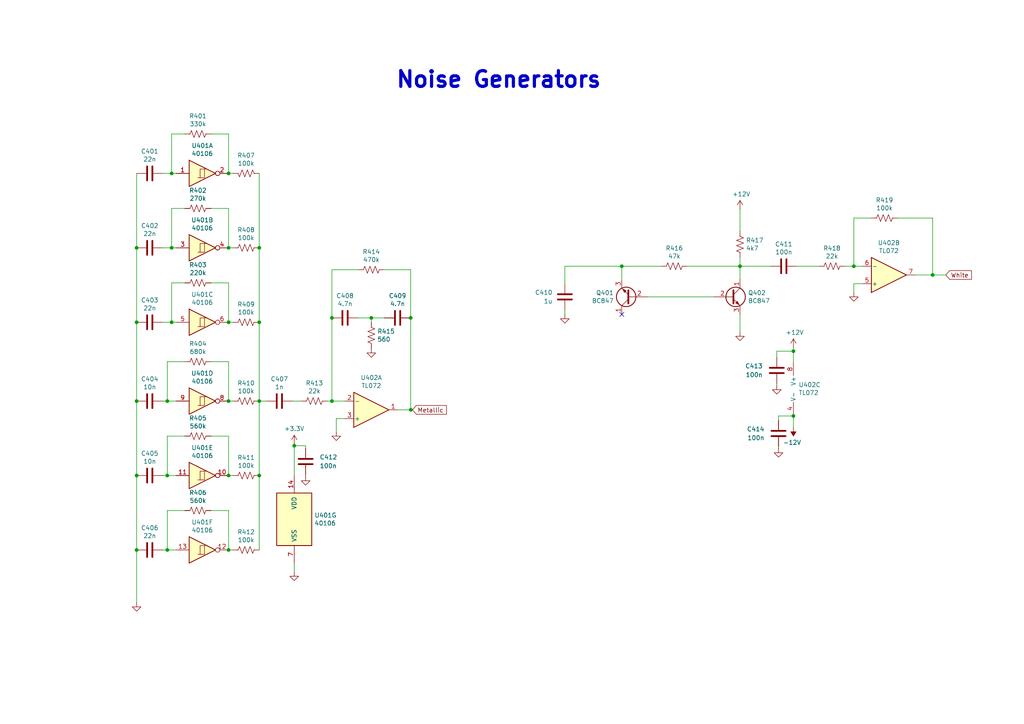
<source format=kicad_sch>
(kicad_sch (version 20231120) (generator "eeschema") (generator_version "8.0")
  (paper "A4")
  (lib_symbols
    (symbol "4xxx:40106" (pin_names (offset 1.016))
      (property "Reference" "U" (at 0 1.27 0))
      (property "Value" "40106" (at 0 -1.27 0))
      (symbol "40106_1_0"
        (polyline (pts (xy -0.635 -1.27) (xy -0.635 1.27) (xy 0.635 1.27)))
        (polyline (pts (xy -3.81 3.81) (xy -3.81 -3.81) (xy 3.81 0) (xy -3.81 3.81)) (stroke (width 0.254)) (fill (type background)))
        (polyline (pts (xy -1.27 -1.27) (xy 0.635 -1.27) (xy 0.635 1.27) (xy 1.27 1.27)))
        (pin input line (at -7.62 0 0) (length 3.81) (name "~") (number "1"))
        (pin output inverted (at 7.62 0 180) (length 3.81) (name "~") (number "2"))
      )
      (symbol "40106_2_0"
        (polyline (pts (xy -0.635 -1.27) (xy -0.635 1.27) (xy 0.635 1.27)))
        (polyline (pts (xy -3.81 3.81) (xy -3.81 -3.81) (xy 3.81 0) (xy -3.81 3.81)) (stroke (width 0.254)) (fill (type background)))
        (polyline (pts (xy -1.27 -1.27) (xy 0.635 -1.27) (xy 0.635 1.27) (xy 1.27 1.27)))
        (pin input line (at -7.62 0 0) (length 3.81) (name "~") (number "3"))
        (pin output inverted (at 7.62 0 180) (length 3.81) (name "~") (number "4"))
      )
      (symbol "40106_3_0"
        (polyline (pts (xy -0.635 -1.27) (xy -0.635 1.27) (xy 0.635 1.27)))
        (polyline (pts (xy -3.81 3.81) (xy -3.81 -3.81) (xy 3.81 0) (xy -3.81 3.81)) (stroke (width 0.254)) (fill (type background)))
        (polyline (pts (xy -1.27 -1.27) (xy 0.635 -1.27) (xy 0.635 1.27) (xy 1.27 1.27)))
        (pin input line (at -7.62 0 0) (length 3.81) (name "~") (number "5"))
        (pin output inverted (at 7.62 0 180) (length 3.81) (name "~") (number "6"))
      )
      (symbol "40106_4_0"
        (polyline (pts (xy -0.635 -1.27) (xy -0.635 1.27) (xy 0.635 1.27)))
        (polyline (pts (xy -3.81 3.81) (xy -3.81 -3.81) (xy 3.81 0) (xy -3.81 3.81)) (stroke (width 0.254)) (fill (type background)))
        (polyline (pts (xy -1.27 -1.27) (xy 0.635 -1.27) (xy 0.635 1.27) (xy 1.27 1.27)))
        (pin output inverted (at 7.62 0 180) (length 3.81) (name "~") (number "8"))
        (pin input line (at -7.62 0 0) (length 3.81) (name "~") (number "9"))
      )
      (symbol "40106_5_0"
        (polyline (pts (xy -0.635 -1.27) (xy -0.635 1.27) (xy 0.635 1.27)))
        (polyline (pts (xy -3.81 3.81) (xy -3.81 -3.81) (xy 3.81 0) (xy -3.81 3.81)) (stroke (width 0.254)) (fill (type background)))
        (polyline (pts (xy -1.27 -1.27) (xy 0.635 -1.27) (xy 0.635 1.27) (xy 1.27 1.27)))
        (pin output inverted (at 7.62 0 180) (length 3.81) (name "~") (number "10"))
        (pin input line (at -7.62 0 0) (length 3.81) (name "~") (number "11"))
      )
      (symbol "40106_6_0"
        (polyline (pts (xy -0.635 -1.27) (xy -0.635 1.27) (xy 0.635 1.27)))
        (polyline (pts (xy -3.81 3.81) (xy -3.81 -3.81) (xy 3.81 0) (xy -3.81 3.81)) (stroke (width 0.254)) (fill (type background)))
        (polyline (pts (xy -1.27 -1.27) (xy 0.635 -1.27) (xy 0.635 1.27) (xy 1.27 1.27)))
        (pin output inverted (at 7.62 0 180) (length 3.81) (name "~") (number "12"))
        (pin input line (at -7.62 0 0) (length 3.81) (name "~") (number "13"))
      )
      (symbol "40106_7_0"
        (pin power_in line (at 0 12.7 270) (length 5.08) (name "VDD") (number "14"))
        (pin power_in line (at 0 -12.7 90) (length 5.08) (name "VSS") (number "7"))
      )
      (symbol "40106_7_1"
        (rectangle (start -5.08 7.62) (end 5.08 -7.62) (stroke (width 0.254)) (fill (type background)))
      )
    )
    (symbol "Amplifier_Operational:TL072" (pin_names (offset 0.127))
      (property "Reference" "U" (at 0 5.08 0))
      (property "Value" "TL072" (at 0 -5.08 0))
      (symbol "TL072_1_1"
        (polyline (pts (xy -5.08 5.08) (xy 5.08 0) (xy -5.08 -5.08) (xy -5.08 5.08)) (stroke (width 0.254)) (fill (type background)))
        (pin output line (at 7.62 0 180) (length 2.54) (name "~") (number "1"))
        (pin input line (at -7.62 -2.54 0) (length 2.54) (name "-") (number "2"))
        (pin input line (at -7.62 2.54 0) (length 2.54) (name "+") (number "3"))
      )
      (symbol "TL072_2_1"
        (polyline (pts (xy -5.08 5.08) (xy 5.08 0) (xy -5.08 -5.08) (xy -5.08 5.08)) (stroke (width 0.254)) (fill (type background)))
        (pin input line (at -7.62 2.54 0) (length 2.54) (name "+") (number "5"))
        (pin input line (at -7.62 -2.54 0) (length 2.54) (name "-") (number "6"))
        (pin output line (at 7.62 0 180) (length 2.54) (name "~") (number "7"))
      )
      (symbol "TL072_3_1"
        (pin power_in line (at -2.54 -7.62 90) (length 3.81) (name "V-") (number "4"))
        (pin power_in line (at -2.54 7.62 270) (length 3.81) (name "V+") (number "8"))
      )
    )
    (symbol "Device:C" (pin_numbers hide) (pin_names (offset 0.254))
      (property "Reference" "C" (at 0.635 2.54 0))
      (property "Value" "C" (at 0.635 -2.54 0))
      (symbol "C_0_1"
        (polyline (pts (xy -2.032 -0.762) (xy 2.032 -0.762)) (stroke (width 0.508)))
        (polyline (pts (xy -2.032 0.762) (xy 2.032 0.762)) (stroke (width 0.508)))
      )
      (symbol "C_1_1"
        (pin passive line (at 0 3.81 270) (length 2.794) (name "~") (number "1"))
        (pin passive line (at 0 -3.81 90) (length 2.794) (name "~") (number "2"))
      )
    )
    (symbol "Device:R_US" (pin_numbers hide) (pin_names (offset 0))
      (property "Reference" "R" (at 2.54 0 90))
      (property "Value" "R_US" (at -2.54 0 90))
      (symbol "R_US_0_1"
        (polyline (pts (xy 0 -2.286) (xy 0 -2.54)))
        (polyline (pts (xy 0 2.286) (xy 0 2.54)))
        (polyline (pts (xy 0 -0.762) (xy 1.016 -1.143) (xy 0 -1.524) (xy -1.016 -1.905) (xy 0 -2.286)))
        (polyline (pts (xy 0 0.762) (xy 1.016 0.381) (xy 0 0) (xy -1.016 -0.381) (xy 0 -0.762)))
        (polyline (pts (xy 0 2.286) (xy 1.016 1.905) (xy 0 1.524) (xy -1.016 1.143) (xy 0 0.762)))
      )
      (symbol "R_US_1_1"
        (pin passive line (at 0 3.81 270) (length 1.27) (name "~") (number "1"))
        (pin passive line (at 0 -3.81 90) (length 1.27) (name "~") (number "2"))
      )
    )
    (symbol "GND_1" (power) (pin_numbers hide) (pin_names (offset 0) hide)
      (symbol "GND_1_0_1"
        (polyline (pts (xy 0 0) (xy 0 -1.27) (xy 1.27 -1.27) (xy 0 -2.54) (xy -1.27 -1.27) (xy 0 -1.27)))
      )
      (symbol "GND_1_1_1"
        (pin power_in line (at 0 0 270) (length 0) (name "~") (number "1"))
      )
    )
    (symbol "Transistor_BJT:BC547" (pin_names (offset 0) hide)
      (property "Reference" "Q" (at 5.08 1.905 0))
      (property "Value" "BC547" (at 5.08 0 0))
      (symbol "BC547_0_1"
        (polyline (pts (xy 0 0) (xy 0.635 0)))
        (polyline (pts (xy 0.635 0.635) (xy 2.54 2.54)))
        (polyline (pts (xy 0.635 -0.635) (xy 2.54 -2.54) (xy 2.54 -2.54)))
        (polyline (pts (xy 0.635 1.905) (xy 0.635 -1.905) (xy 0.635 -1.905)) (stroke (width 0.508)))
        (polyline (pts (xy 1.27 -1.778) (xy 1.778 -1.27) (xy 2.286 -2.286) (xy 1.27 -1.778) (xy 1.27 -1.778)) (fill (type outline)))
        (circle (center 1.27 0) (radius 2.8194) (stroke (width 0.254)))
      )
      (symbol "BC547_1_1"
        (pin passive line (at 2.54 5.08 270) (length 2.54) (name "C") (number "1"))
        (pin input line (at -5.08 0 0) (length 5.08) (name "B") (number "2"))
        (pin passive line (at 2.54 -5.08 90) (length 2.54) (name "E") (number "3"))
      )
    )
    (symbol "power:+12V" (power) (pin_names (offset 0))
      (property "Value" "+12V" (at 0 3.556 0))
      (symbol "+12V_0_1"
        (polyline (pts (xy -0.762 1.27) (xy 0 2.54)))
        (polyline (pts (xy 0 0) (xy 0 2.54)))
        (polyline (pts (xy 0 2.54) (xy 0.762 1.27)))
      )
      (symbol "+12V_1_1"
        (pin power_in line (at 0 0 90) (length 0) hide (name "+12V") (number "1"))
      )
    )
    (symbol "power:+3.3V" (power) (pin_names (offset 0))
      (property "Value" "+3.3V" (at 0 3.556 0))
      (symbol "+3.3V_0_1"
        (polyline (pts (xy -0.762 1.27) (xy 0 2.54)))
        (polyline (pts (xy 0 0) (xy 0 2.54)))
        (polyline (pts (xy 0 2.54) (xy 0.762 1.27)))
      )
      (symbol "+3.3V_1_1"
        (pin power_in line (at 0 0 90) (length 0) hide (name "+3.3V") (number "1"))
      )
    )
    (symbol "power:-12V" (power) (pin_names (offset 0))
      (property "Value" "-12V" (at 0 3.81 0))
      (symbol "-12V_0_0"
        (pin power_in line (at 0 0 90) (length 0) hide (name "-12V") (number "1"))
      )
      (symbol "-12V_0_1"
        (polyline (pts (xy 0 0) (xy 0 1.27) (xy 0.762 1.27) (xy 0 2.54) (xy -0.762 1.27) (xy 0 1.27)) (fill (type outline)))
      )
    )
    (symbol "power:GND" (power) (pin_names (offset 0))
      (property "Value" "GND" (at 0 -3.81 0))
      (symbol "GND_0_1"
        (polyline (pts (xy 0 0) (xy 0 -1.27) (xy 1.27 -1.27) (xy 0 -2.54) (xy -1.27 -1.27) (xy 0 -1.27)))
      )
      (symbol "GND_1_1"
        (pin power_in line (at 0 0 270) (length 0) hide (name "GND") (number "1"))
      )
    )
  )
  (junction (at 119.126 118.872))
  (junction (at 75.184 116.332))
  (junction (at 48.514 137.922))
  (junction (at 39.624 137.922))
  (junction (at 66.294 50.292))
  (junction (at 107.696 92.202))
  (junction (at 270.51 79.756))
  (junction (at 48.514 116.332))
  (junction (at 66.294 137.922))
  (junction (at 39.624 71.882))
  (junction (at 39.624 159.512))
  (junction (at 75.184 93.472))
  (junction (at 96.266 116.332))
  (junction (at 49.784 50.292))
  (junction (at 75.184 71.882))
  (junction (at 66.294 116.332))
  (junction (at 214.63 77.216))
  (junction (at 66.294 93.472))
  (junction (at 247.65 77.216))
  (junction (at 180.34 77.216))
  (junction (at 96.266 92.202))
  (junction (at 230.124 120.65))
  (junction (at 48.514 159.512))
  (junction (at 49.784 93.472))
  (junction (at 85.344 129.286))
  (junction (at 75.184 137.922))
  (junction (at 39.624 116.332))
  (junction (at 230.124 101.854))
  (junction (at 66.294 71.882))
  (junction (at 39.624 93.472))
  (junction (at 66.294 159.512))
  (junction (at 49.784 71.882))
  (junction (at 119.126 92.202))
  (no_connect (at 180.34 91.186))
  (wire (pts (xy 39.624 71.882) (xy 39.624 50.292)))
  (wire (pts (xy 66.294 148.082) (xy 61.214 148.082)))
  (wire (pts (xy 66.294 126.492) (xy 66.294 137.922)))
  (wire (pts (xy 180.34 77.216) (xy 180.34 81.026)))
  (wire (pts (xy 214.63 96.266) (xy 214.63 91.186)))
  (wire (pts (xy 96.266 92.202) (xy 96.266 116.332)))
  (wire (pts (xy 49.784 93.472) (xy 49.784 82.042)))
  (wire (pts (xy 88.646 130.048) (xy 88.646 129.286)))
  (wire (pts (xy 66.294 38.862) (xy 66.294 50.292)))
  (wire (pts (xy 230.124 100.838) (xy 230.124 101.854)))
  (wire (pts (xy 51.054 116.332) (xy 48.514 116.332)))
  (wire (pts (xy 61.214 38.862) (xy 66.294 38.862)))
  (wire (pts (xy 47.244 93.472) (xy 49.784 93.472)))
  (wire (pts (xy 230.124 120.65) (xy 230.124 123.952)))
  (wire (pts (xy 49.784 71.882) (xy 49.784 60.452)))
  (wire (pts (xy 47.244 50.292) (xy 49.784 50.292)))
  (wire (pts (xy 111.506 78.232) (xy 119.126 78.232)))
  (wire (pts (xy 247.65 84.836) (xy 247.65 82.296)))
  (wire (pts (xy 49.784 60.452) (xy 53.594 60.452)))
  (wire (pts (xy 265.43 79.756) (xy 270.51 79.756)))
  (wire (pts (xy 97.536 125.222) (xy 97.536 121.412)))
  (wire (pts (xy 53.594 148.082) (xy 48.514 148.082)))
  (wire (pts (xy 39.624 116.332) (xy 39.624 93.472)))
  (wire (pts (xy 61.214 126.492) (xy 66.294 126.492)))
  (wire (pts (xy 270.51 79.756) (xy 270.51 63.246)))
  (wire (pts (xy 49.784 50.292) (xy 51.054 50.292)))
  (wire (pts (xy 48.514 148.082) (xy 48.514 159.512)))
  (wire (pts (xy 67.564 116.332) (xy 66.294 116.332)))
  (wire (pts (xy 87.376 116.332) (xy 84.836 116.332)))
  (wire (pts (xy 48.514 116.332) (xy 47.244 116.332)))
  (wire (pts (xy 49.784 82.042) (xy 53.594 82.042)))
  (wire (pts (xy 66.294 93.472) (xy 66.294 82.042)))
  (wire (pts (xy 214.63 74.676) (xy 214.63 77.216)))
  (wire (pts (xy 75.184 137.922) (xy 75.184 159.512)))
  (wire (pts (xy 75.184 116.332) (xy 75.184 137.922)))
  (wire (pts (xy 75.184 71.882) (xy 75.184 93.472)))
  (wire (pts (xy 61.214 104.902) (xy 66.294 104.902)))
  (wire (pts (xy 51.054 137.922) (xy 48.514 137.922)))
  (wire (pts (xy 85.344 128.778) (xy 85.344 129.286)))
  (wire (pts (xy 48.514 137.922) (xy 48.514 126.492)))
  (wire (pts (xy 247.65 82.296) (xy 250.19 82.296)))
  (wire (pts (xy 119.126 78.232) (xy 119.126 92.202)))
  (wire (pts (xy 67.564 93.472) (xy 66.294 93.472)))
  (wire (pts (xy 66.294 82.042) (xy 61.214 82.042)))
  (wire (pts (xy 49.784 38.862) (xy 53.594 38.862)))
  (wire (pts (xy 49.784 50.292) (xy 49.784 38.862)))
  (wire (pts (xy 96.266 116.332) (xy 100.076 116.332)))
  (wire (pts (xy 225.298 101.854) (xy 230.124 101.854)))
  (wire (pts (xy 67.564 50.292) (xy 66.294 50.292)))
  (wire (pts (xy 119.634 118.872) (xy 119.126 118.872)))
  (wire (pts (xy 96.266 78.232) (xy 103.886 78.232)))
  (wire (pts (xy 85.344 129.286) (xy 85.344 137.922)))
  (wire (pts (xy 247.65 77.216) (xy 247.65 63.246)))
  (wire (pts (xy 214.63 77.216) (xy 214.63 81.026)))
  (wire (pts (xy 163.83 77.216) (xy 180.34 77.216)))
  (wire (pts (xy 67.564 71.882) (xy 66.294 71.882)))
  (wire (pts (xy 88.646 129.286) (xy 85.344 129.286)))
  (wire (pts (xy 225.806 121.92) (xy 225.806 120.65)))
  (wire (pts (xy 103.886 92.202) (xy 107.696 92.202)))
  (wire (pts (xy 39.624 174.752) (xy 39.624 159.512)))
  (wire (pts (xy 96.266 92.202) (xy 96.266 78.232)))
  (wire (pts (xy 77.216 116.332) (xy 75.184 116.332)))
  (wire (pts (xy 39.624 137.922) (xy 39.624 116.332)))
  (wire (pts (xy 231.14 77.216) (xy 237.49 77.216)))
  (wire (pts (xy 191.77 77.216) (xy 180.34 77.216)))
  (wire (pts (xy 115.316 118.872) (xy 119.126 118.872)))
  (wire (pts (xy 67.564 159.512) (xy 66.294 159.512)))
  (wire (pts (xy 225.298 111.252) (xy 225.298 111.76)))
  (wire (pts (xy 39.624 159.512) (xy 39.624 137.922)))
  (wire (pts (xy 247.65 63.246) (xy 252.73 63.246)))
  (wire (pts (xy 66.294 104.902) (xy 66.294 116.332)))
  (wire (pts (xy 51.054 159.512) (xy 48.514 159.512)))
  (wire (pts (xy 66.294 60.452) (xy 66.294 71.882)))
  (wire (pts (xy 48.514 126.492) (xy 53.594 126.492)))
  (wire (pts (xy 48.514 104.902) (xy 53.594 104.902)))
  (wire (pts (xy 75.184 93.472) (xy 75.184 116.332)))
  (wire (pts (xy 49.784 71.882) (xy 51.054 71.882)))
  (wire (pts (xy 247.65 77.216) (xy 250.19 77.216)))
  (wire (pts (xy 245.11 77.216) (xy 247.65 77.216)))
  (wire (pts (xy 88.646 137.668) (xy 88.646 138.176)))
  (wire (pts (xy 270.51 63.246) (xy 260.35 63.246)))
  (wire (pts (xy 97.536 121.412) (xy 100.076 121.412)))
  (wire (pts (xy 47.244 71.882) (xy 49.784 71.882)))
  (wire (pts (xy 48.514 159.512) (xy 47.244 159.512)))
  (wire (pts (xy 230.124 120.396) (xy 230.124 120.65)))
  (wire (pts (xy 225.298 101.854) (xy 225.298 103.632)))
  (wire (pts (xy 94.996 116.332) (xy 96.266 116.332)))
  (wire (pts (xy 67.564 137.922) (xy 66.294 137.922)))
  (wire (pts (xy 225.806 120.65) (xy 230.124 120.65)))
  (wire (pts (xy 230.124 101.854) (xy 230.124 105.156)))
  (wire (pts (xy 39.624 93.472) (xy 39.624 71.882)))
  (wire (pts (xy 75.184 50.292) (xy 75.184 71.882)))
  (wire (pts (xy 48.514 137.922) (xy 47.244 137.922)))
  (wire (pts (xy 48.514 116.332) (xy 48.514 104.902)))
  (wire (pts (xy 274.32 79.756) (xy 270.51 79.756)))
  (wire (pts (xy 225.806 129.54) (xy 225.806 130.048)))
  (wire (pts (xy 163.83 89.916) (xy 163.83 91.186)))
  (wire (pts (xy 61.214 60.452) (xy 66.294 60.452)))
  (wire (pts (xy 107.696 92.202) (xy 111.506 92.202)))
  (wire (pts (xy 49.784 93.472) (xy 51.054 93.472)))
  (wire (pts (xy 66.294 159.512) (xy 66.294 148.082)))
  (wire (pts (xy 214.63 60.706) (xy 214.63 67.056)))
  (wire (pts (xy 223.52 77.216) (xy 214.63 77.216)))
  (wire (pts (xy 119.126 118.872) (xy 119.126 92.202)))
  (wire (pts (xy 85.344 165.862) (xy 85.344 163.322)))
  (wire (pts (xy 107.696 93.472) (xy 107.696 92.202)))
  (wire (pts (xy 199.39 77.216) (xy 214.63 77.216)))
  (wire (pts (xy 163.83 77.216) (xy 163.83 82.296)))
  (wire (pts (xy 187.96 86.106) (xy 207.01 86.106)))
  (text "Noise Generators" (at 114.554 25.908 0) (effects (font (size 4.572 4.572) (thickness 0.9144) (bold yes)) (justify left bottom)))
  (global_label "White" (shape input) (at 274.32 79.756 0) (property "Intersheetrefs" "${INTERSHEET_REFS}" (effects (hide yes))))
  (global_label "Metallic" (shape input) (at 119.634 118.872 0) (property "Intersheetrefs" "${INTERSHEET_REFS}" (effects (hide yes))))
  (symbol (lib_id "Amplifier_Operational:TL072") (at 232.664 112.776 0) (unit 3)
    (property "Reference" "U402" (at 231.5972 111.6076 0) (effects (justify left)))
    (property "Value" "TL072" (at 231.5972 113.919 0) (effects (justify left)))
    (property "Footprint" "Package_SO:SOIC-8_3.9x4.9mm_P1.27mm" (effects (hide yes)))
    (property "Datasheet" "http://www.ti.com/lit/ds/symlink/tl071.pdf" (effects (hide yes)))
  )
  (symbol (lib_id "Device:C") (at 43.434 50.292 270) (unit 1)
    (property "Reference" "C401" (at 43.434 43.8912 90))
    (property "Value" "22n" (at 43.434 46.2026 90))
    (property "Footprint" "Capacitor_SMD:C_0805_2012Metric" (effects (hide yes)))
  )
  (symbol (lib_id "4xxx:40106") (at 85.344 150.622 0) (unit 7)
    (property "Reference" "U401" (at 91.186 149.4536 0) (effects (justify left)))
    (property "Value" "40106" (at 91.186 151.765 0) (effects (justify left)))
    (property "Footprint" "PCM_Package_SO_AKL:SOIC-14_3.9x8.7mm_P1.27mm" (effects (hide yes)))
    (property "Datasheet" "https://assets.nexperia.com/documents/data-sheet/HEF40106B.pdf" (effects (hide yes)))
  )
  (symbol (lib_id "Device:R_US") (at 256.54 63.246 270) (unit 1)
    (property "Reference" "R419" (at 256.54 58.039 90))
    (property "Value" "100k" (at 256.54 60.3504 90))
    (property "Footprint" "PCM_Resistor_SMD_AKL:R_0805_2012Metric" (effects (hide yes)))
  )
  (symbol (lib_id "Device:C") (at 43.434 71.882 270) (unit 1)
    (property "Reference" "C402" (at 43.434 65.4812 90))
    (property "Value" "22n" (at 43.434 67.7926 90))
    (property "Footprint" "Capacitor_SMD:C_0805_2012Metric" (effects (hide yes)))
  )
  (symbol (lib_name "GND_1") (lib_id "power:GND") (at 88.646 138.176 0) (unit 1)
    (property "Reference" "#PWR0412" (effects (hide yes)))
    (property "Value" "GND" (effects (hide yes)))
    (property "Description" "Power symbol creates a global label with name \"GND\" , ground" (effects (hide yes)))
  )
  (symbol (lib_id "Device:R_US") (at 57.404 82.042 270) (unit 1)
    (property "Reference" "R403" (at 57.404 76.835 90))
    (property "Value" "220k" (at 57.404 79.1464 90))
    (property "Footprint" "PCM_Resistor_SMD_AKL:R_0805_2012Metric" (effects (hide yes)))
  )
  (symbol (lib_id "Device:R_US") (at 107.696 78.232 90) (unit 1)
    (property "Reference" "R414" (at 107.696 73.025 90))
    (property "Value" "470k" (at 107.696 75.3364 90))
    (property "Footprint" "PCM_Resistor_SMD_AKL:R_0805_2012Metric" (effects (hide yes)))
  )
  (symbol (lib_id "Device:R_US") (at 71.374 71.882 270) (unit 1)
    (property "Reference" "R408" (at 71.374 66.675 90))
    (property "Value" "100k" (at 71.374 68.9864 90))
    (property "Footprint" "PCM_Resistor_SMD_AKL:R_0805_2012Metric" (effects (hide yes)))
  )
  (symbol (lib_id "Device:C") (at 43.434 93.472 270) (unit 1)
    (property "Reference" "C403" (at 43.434 87.0712 90))
    (property "Value" "22n" (at 43.434 89.3826 90))
    (property "Footprint" "Capacitor_SMD:C_0805_2012Metric" (effects (hide yes)))
  )
  (symbol (lib_id "Transistor_BJT:BC547") (at 212.09 86.106 0) (unit 1)
    (property "Reference" "Q402" (at 216.9414 84.9376 0) (effects (justify left)))
    (property "Value" "BC847" (at 216.9414 87.249 0) (effects (justify left)))
    (property "Footprint" "PCM_4ms_Package_SOT:SOT-23" (effects (hide yes)))
    (property "Datasheet" "https://www.onsemi.com/pub/Collateral/BC550-D.pdf" (effects (hide yes)))
  )
  (symbol (lib_id "Device:C") (at 43.434 137.922 270) (unit 1)
    (property "Reference" "C405" (at 43.434 131.5212 90))
    (property "Value" "10n" (at 43.434 133.8326 90))
    (property "Footprint" "Capacitor_SMD:C_0805_2012Metric" (effects (hide yes)))
  )
  (symbol (lib_id "power:+12V") (at 214.63 60.706 0) (unit 1)
    (property "Reference" "#PWR0407" (effects (hide yes)))
    (property "Value" "+12V" (at 215.011 56.3118 0))
  )
  (symbol (lib_id "power:+3.3V") (at 85.344 128.778 0) (unit 1)
    (property "Reference" "#PWR0402" (effects (hide yes)))
    (property "Value" "+3.3V" (at 85.344 124.333 0))
  )
  (symbol (lib_id "4xxx:40106") (at 58.674 93.472 0) (unit 3)
    (property "Reference" "U401" (at 58.674 85.4202 0))
    (property "Value" "40106" (at 58.674 87.7316 0))
    (property "Footprint" "PCM_Package_SO_AKL:SOIC-14_3.9x8.7mm_P1.27mm" (effects (hide yes)))
    (property "Datasheet" "https://assets.nexperia.com/documents/data-sheet/HEF40106B.pdf" (effects (hide yes)))
  )
  (symbol (lib_id "power:+12V") (at 230.124 100.838 0) (unit 1)
    (property "Reference" "#PWR0409" (effects (hide yes)))
    (property "Value" "+12V" (at 230.505 96.4438 0))
  )
  (symbol (lib_id "Device:R_US") (at 71.374 116.332 270) (unit 1)
    (property "Reference" "R410" (at 71.374 111.125 90))
    (property "Value" "100k" (at 71.374 113.4364 90))
    (property "Footprint" "PCM_Resistor_SMD_AKL:R_0805_2012Metric" (effects (hide yes)))
  )
  (symbol (lib_id "4xxx:40106") (at 58.674 137.922 0) (unit 5)
    (property "Reference" "U401" (at 58.674 129.8702 0))
    (property "Value" "40106" (at 58.674 132.1816 0))
    (property "Footprint" "PCM_Package_SO_AKL:SOIC-14_3.9x8.7mm_P1.27mm" (effects (hide yes)))
    (property "Datasheet" "https://assets.nexperia.com/documents/data-sheet/HEF40106B.pdf" (effects (hide yes)))
  )
  (symbol (lib_id "Device:R_US") (at 91.186 116.332 270) (unit 1)
    (property "Reference" "R413" (at 91.186 111.125 90))
    (property "Value" "22k" (at 91.186 113.4364 90))
    (property "Footprint" "PCM_Resistor_SMD_AKL:R_0805_2012Metric" (effects (hide yes)))
  )
  (symbol (lib_id "power:GND") (at 247.65 84.836 0) (unit 1)
    (property "Reference" "#PWR0411" (effects (hide yes)))
    (property "Value" "GND" (effects (hide yes)))
  )
  (symbol (lib_id "Device:C") (at 43.434 116.332 270) (unit 1)
    (property "Reference" "C404" (at 43.434 109.9312 90))
    (property "Value" "10n" (at 43.434 112.2426 90))
    (property "Footprint" "Capacitor_SMD:C_0805_2012Metric" (effects (hide yes)))
  )
  (symbol (lib_id "Transistor_BJT:BC547") (at 182.88 86.106 180) (unit 1)
    (property "Reference" "Q401" (at 178.0286 84.9376 0) (effects (justify left)))
    (property "Value" "BC847" (at 178.0286 87.249 0) (effects (justify left)))
    (property "Footprint" "PCM_4ms_Package_SOT:SOT-23" (effects (hide yes)))
    (property "Datasheet" "https://www.onsemi.com/pub/Collateral/BC550-D.pdf" (effects (hide yes)))
  )
  (symbol (lib_name "GND_1") (lib_id "power:GND") (at 225.806 130.048 0) (mirror y) (unit 1)
    (property "Reference" "#PWR0414" (effects (hide yes)))
    (property "Value" "GND" (effects (hide yes)))
    (property "Description" "Power symbol creates a global label with name \"GND\" , ground" (effects (hide yes)))
  )
  (symbol (lib_id "Device:R_US") (at 214.63 70.866 180) (unit 1)
    (property "Reference" "R417" (at 216.3572 69.6976 0) (effects (justify right)))
    (property "Value" "4k7" (at 216.3572 72.009 0) (effects (justify right)))
    (property "Footprint" "PCM_Resistor_SMD_AKL:R_0805_2012Metric" (effects (hide yes)))
  )
  (symbol (lib_id "Device:C") (at 163.83 86.106 0) (mirror y) (unit 1)
    (property "Reference" "C410" (at 160.274 84.8359 0) (effects (justify left)))
    (property "Value" "1u" (at 160.274 87.3759 0) (effects (justify left)))
    (property "Description" "Unpolarized capacitor" (effects (hide yes)))
  )
  (symbol (lib_id "Device:C") (at 225.806 125.73 0) (mirror y) (unit 1)
    (property "Reference" "C414" (at 221.742 124.4599 0) (effects (justify left)))
    (property "Value" "100n" (at 221.742 126.9999 0) (effects (justify left)))
    (property "Description" "Unpolarized capacitor" (effects (hide yes)))
  )
  (symbol (lib_id "Device:C") (at 227.33 77.216 270) (unit 1)
    (property "Reference" "C411" (at 227.33 70.8152 90))
    (property "Value" "100n" (at 227.33 73.1266 90))
    (property "Footprint" "Capacitor_SMD:C_0805_2012Metric" (effects (hide yes)))
  )
  (symbol (lib_id "Device:C") (at 115.316 92.202 270) (unit 1)
    (property "Reference" "C409" (at 115.316 85.8012 90))
    (property "Value" "4.7n" (at 115.316 88.1126 90))
    (property "Footprint" "Capacitor_SMD:C_0805_2012Metric" (effects (hide yes)))
  )
  (symbol (lib_id "Device:R_US") (at 57.404 148.082 270) (unit 1)
    (property "Reference" "R406" (at 57.404 142.875 90))
    (property "Value" "560k" (at 57.404 145.1864 90))
    (property "Footprint" "PCM_Resistor_SMD_AKL:R_0805_2012Metric" (effects (hide yes)))
  )
  (symbol (lib_id "power:GND") (at 107.696 101.092 0) (unit 1)
    (property "Reference" "#PWR0405" (effects (hide yes)))
    (property "Value" "GND" (effects (hide yes)))
  )
  (symbol (lib_id "power:-12V") (at 230.124 123.952 180) (unit 1)
    (property "Reference" "#PWR0410" (effects (hide yes)))
    (property "Value" "-12V" (at 229.743 128.3462 0))
  )
  (symbol (lib_id "Device:R_US") (at 57.404 38.862 270) (unit 1)
    (property "Reference" "R401" (at 57.404 33.655 90))
    (property "Value" "330k" (at 57.404 35.9664 90))
    (property "Footprint" "PCM_Resistor_SMD_AKL:R_0805_2012Metric" (effects (hide yes)))
  )
  (symbol (lib_id "Device:R_US") (at 71.374 137.922 270) (unit 1)
    (property "Reference" "R411" (at 71.374 132.715 90))
    (property "Value" "100k" (at 71.374 135.0264 90))
    (property "Footprint" "PCM_Resistor_SMD_AKL:R_0805_2012Metric" (effects (hide yes)))
  )
  (symbol (lib_id "Device:R_US") (at 241.3 77.216 270) (unit 1)
    (property "Reference" "R418" (at 241.3 72.009 90))
    (property "Value" "22k" (at 241.3 74.3204 90))
    (property "Footprint" "PCM_Resistor_SMD_AKL:R_0805_2012Metric" (effects (hide yes)))
  )
  (symbol (lib_id "4xxx:40106") (at 58.674 116.332 0) (unit 4)
    (property "Reference" "U401" (at 58.674 108.2802 0))
    (property "Value" "40106" (at 58.674 110.5916 0))
    (property "Footprint" "PCM_Package_SO_AKL:SOIC-14_3.9x8.7mm_P1.27mm" (effects (hide yes)))
    (property "Datasheet" "https://assets.nexperia.com/documents/data-sheet/HEF40106B.pdf" (effects (hide yes)))
  )
  (symbol (lib_id "Device:R_US") (at 57.404 60.452 270) (unit 1)
    (property "Reference" "R402" (at 57.404 55.245 90))
    (property "Value" "270k" (at 57.404 57.5564 90))
    (property "Footprint" "PCM_Resistor_SMD_AKL:R_0805_2012Metric" (effects (hide yes)))
  )
  (symbol (lib_id "Device:R_US") (at 195.58 77.216 270) (unit 1)
    (property "Reference" "R416" (at 195.58 72.009 90))
    (property "Value" "47k" (at 195.58 74.3204 90))
    (property "Footprint" "PCM_Resistor_SMD_AKL:R_0805_2012Metric" (effects (hide yes)))
  )
  (symbol (lib_id "Device:C") (at 88.646 133.858 0) (unit 1)
    (property "Reference" "C412" (at 92.71 132.5879 0) (effects (justify left)))
    (property "Value" "100n" (at 92.71 135.1279 0) (effects (justify left)))
    (property "Description" "Unpolarized capacitor" (effects (hide yes)))
  )
  (symbol (lib_id "power:GND") (at 85.344 165.862 0) (unit 1)
    (property "Reference" "#PWR0403" (effects (hide yes)))
    (property "Value" "GND" (effects (hide yes)))
  )
  (symbol (lib_id "Device:C") (at 225.298 107.442 0) (mirror y) (unit 1)
    (property "Reference" "C413" (at 221.234 106.1719 0) (effects (justify left)))
    (property "Value" "100n" (at 221.234 108.7119 0) (effects (justify left)))
    (property "Description" "Unpolarized capacitor" (effects (hide yes)))
  )
  (symbol (lib_id "power:GND") (at 39.624 174.752 0) (unit 1)
    (property "Reference" "#PWR0401" (effects (hide yes)))
    (property "Value" "GND" (effects (hide yes)))
  )
  (symbol (lib_id "Amplifier_Operational:TL072") (at 107.696 118.872 0) (mirror x) (unit 1)
    (property "Reference" "U402" (at 107.696 109.5502 0))
    (property "Value" "TL072" (at 107.696 111.8616 0))
    (property "Footprint" "Package_SO:SOIC-8_3.9x4.9mm_P1.27mm" (effects (hide yes)))
    (property "Datasheet" "http://www.ti.com/lit/ds/symlink/tl071.pdf" (effects (hide yes)))
  )
  (symbol (lib_id "power:GND") (at 214.63 96.266 0) (unit 1)
    (property "Reference" "#PWR0408" (effects (hide yes)))
    (property "Value" "GND" (effects (hide yes)))
  )
  (symbol (lib_id "Device:C") (at 43.434 159.512 270) (unit 1)
    (property "Reference" "C406" (at 43.434 153.1112 90))
    (property "Value" "22n" (at 43.434 155.4226 90))
    (property "Footprint" "Capacitor_SMD:C_0805_2012Metric" (effects (hide yes)))
  )
  (symbol (lib_id "Device:C") (at 100.076 92.202 270) (unit 1)
    (property "Reference" "C408" (at 100.076 85.8012 90))
    (property "Value" "4.7n" (at 100.076 88.1126 90))
    (property "Footprint" "Capacitor_SMD:C_0805_2012Metric" (effects (hide yes)))
  )
  (symbol (lib_id "Device:R_US") (at 57.404 126.492 270) (unit 1)
    (property "Reference" "R405" (at 57.404 121.285 90))
    (property "Value" "560k" (at 57.404 123.5964 90))
    (property "Footprint" "PCM_Resistor_SMD_AKL:R_0805_2012Metric" (effects (hide yes)))
  )
  (symbol (lib_id "Device:R_US") (at 71.374 159.512 270) (unit 1)
    (property "Reference" "R412" (at 71.374 154.305 90))
    (property "Value" "100k" (at 71.374 156.6164 90))
    (property "Footprint" "PCM_Resistor_SMD_AKL:R_0805_2012Metric" (effects (hide yes)))
  )
  (symbol (lib_id "4xxx:40106") (at 58.674 71.882 0) (unit 2)
    (property "Reference" "U401" (at 58.674 63.8302 0))
    (property "Value" "40106" (at 58.674 66.1416 0))
    (property "Footprint" "PCM_Package_SO_AKL:SOIC-14_3.9x8.7mm_P1.27mm" (effects (hide yes)))
    (property "Datasheet" "https://assets.nexperia.com/documents/data-sheet/HEF40106B.pdf" (effects (hide yes)))
  )
  (symbol (lib_id "4xxx:40106") (at 58.674 159.512 0) (unit 6)
    (property "Reference" "U401" (at 58.674 151.4602 0))
    (property "Value" "40106" (at 58.674 153.7716 0))
    (property "Footprint" "PCM_Package_SO_AKL:SOIC-14_3.9x8.7mm_P1.27mm" (effects (hide yes)))
    (property "Datasheet" "https://assets.nexperia.com/documents/data-sheet/HEF40106B.pdf" (effects (hide yes)))
  )
  (symbol (lib_id "Device:C") (at 81.026 116.332 270) (unit 1)
    (property "Reference" "C407" (at 81.026 109.9312 90))
    (property "Value" "1n" (at 81.026 112.2426 90))
    (property "Footprint" "Capacitor_SMD:C_0805_2012Metric" (effects (hide yes)))
  )
  (symbol (lib_id "Device:R_US") (at 107.696 97.282 180) (unit 1)
    (property "Reference" "R415" (at 109.4232 96.1136 0) (effects (justify right)))
    (property "Value" "560" (at 109.4232 98.425 0) (effects (justify right)))
    (property "Footprint" "PCM_Resistor_SMD_AKL:R_0805_2012Metric" (effects (hide yes)))
  )
  (symbol (lib_id "Device:R_US") (at 71.374 93.472 270) (unit 1)
    (property "Reference" "R409" (at 71.374 88.265 90))
    (property "Value" "100k" (at 71.374 90.5764 90))
    (property "Footprint" "PCM_Resistor_SMD_AKL:R_0805_2012Metric" (effects (hide yes)))
  )
  (symbol (lib_name "GND_1") (lib_id "power:GND") (at 225.298 111.76 0) (mirror y) (unit 1)
    (property "Reference" "#PWR0413" (effects (hide yes)))
    (property "Value" "GND" (effects (hide yes)))
    (property "Description" "Power symbol creates a global label with name \"GND\" , ground" (effects (hide yes)))
  )
  (symbol (lib_id "Device:R_US") (at 57.404 104.902 270) (unit 1)
    (property "Reference" "R404" (at 57.404 99.695 90))
    (property "Value" "680k" (at 57.404 102.0064 90))
    (property "Footprint" "PCM_Resistor_SMD_AKL:R_0805_2012Metric" (effects (hide yes)))
  )
  (symbol (lib_id "Device:R_US") (at 71.374 50.292 270) (mirror x) (unit 1)
    (property "Reference" "R407" (at 71.374 45.085 90))
    (property "Value" "100k" (at 71.374 47.3964 90))
    (property "Footprint" "PCM_Resistor_SMD_AKL:R_0805_2012Metric" (effects (hide yes)))
  )
  (symbol (lib_id "4xxx:40106") (at 58.674 50.292 0) (unit 1)
    (property "Reference" "U401" (at 58.674 42.2402 0))
    (property "Value" "40106" (at 58.674 44.5516 0))
    (property "Footprint" "PCM_Package_SO_AKL:SOIC-14_3.9x8.7mm_P1.27mm" (effects (hide yes)))
    (property "Datasheet" "https://assets.nexperia.com/documents/data-sheet/HEF40106B.pdf" (effects (hide yes)))
  )
  (symbol (lib_id "Amplifier_Operational:TL072") (at 257.81 79.756 0) (mirror x) (unit 2)
    (property "Reference" "U402" (at 257.81 70.4342 0))
    (property "Value" "TL072" (at 257.81 72.7456 0))
    (property "Footprint" "Package_SO:SOIC-8_3.9x4.9mm_P1.27mm" (effects (hide yes)))
    (property "Datasheet" "http://www.ti.com/lit/ds/symlink/tl071.pdf" (effects (hide yes)))
  )
  (symbol (lib_id "power:GND") (at 97.536 125.222 0) (unit 1)
    (property "Reference" "#PWR0404" (effects (hide yes)))
    (property "Value" "GND" (effects (hide yes)))
  )
  (symbol (lib_id "power:GND") (at 163.83 91.186 0) (unit 1)
    (property "Reference" "#PWR0406" (effects (hide yes)))
    (property "Value" "GND" (effects (hide yes)))
  )
)
</source>
